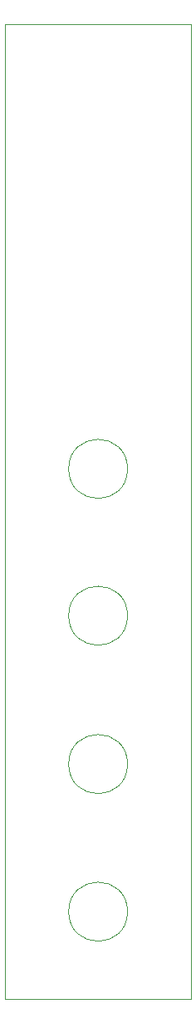
<source format=gm1>
G04 #@! TF.GenerationSoftware,KiCad,Pcbnew,(5.1.5-0-10_14)*
G04 #@! TF.CreationDate,2020-10-10T15:47:02-04:00*
G04 #@! TF.ProjectId,AYOM - VCA Control Board,41594f4d-202d-4205-9643-4120436f6e74,1.1*
G04 #@! TF.SameCoordinates,Original*
G04 #@! TF.FileFunction,Profile,NP*
%FSLAX46Y46*%
G04 Gerber Fmt 4.6, Leading zero omitted, Abs format (unit mm)*
G04 Created by KiCad (PCBNEW (5.1.5-0-10_14)) date 2020-10-10 15:47:02*
%MOMM*%
%LPD*%
G04 APERTURE LIST*
%ADD10C,0.050000*%
G04 APERTURE END LIST*
D10*
X88501072Y-99140072D02*
G75*
G03X88501072Y-99140072I-3001072J0D01*
G01*
X88501072Y-114046000D02*
G75*
G03X88501072Y-114046000I-3001072J0D01*
G01*
X88501072Y-129112072D02*
G75*
G03X88501072Y-129112072I-3001072J0D01*
G01*
X88501072Y-144098072D02*
G75*
G03X88501072Y-144098072I-3001072J0D01*
G01*
X95000000Y-153000000D02*
X76000000Y-153000000D01*
X95000000Y-54000000D02*
X95000000Y-153000000D01*
X76000000Y-54000000D02*
X95000000Y-54000000D01*
X76000000Y-54000000D02*
X76000000Y-153000000D01*
M02*

</source>
